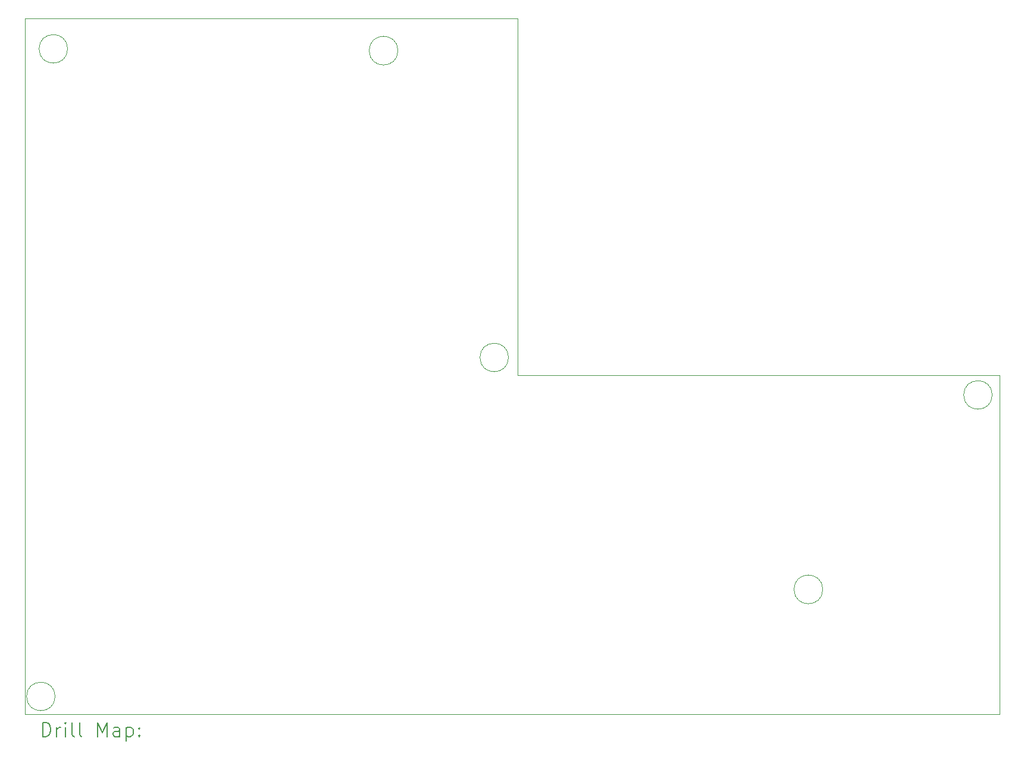
<source format=gbr>
%TF.GenerationSoftware,KiCad,Pcbnew,7.0.6*%
%TF.CreationDate,2025-01-03T17:06:18+10:30*%
%TF.ProjectId,Security Panel Mainboard,53656375-7269-4747-9920-50616e656c20,rev?*%
%TF.SameCoordinates,Original*%
%TF.FileFunction,Drillmap*%
%TF.FilePolarity,Positive*%
%FSLAX45Y45*%
G04 Gerber Fmt 4.5, Leading zero omitted, Abs format (unit mm)*
G04 Created by KiCad (PCBNEW 7.0.6) date 2025-01-03 17:06:18*
%MOMM*%
%LPD*%
G01*
G04 APERTURE LIST*
%ADD10C,0.100000*%
%ADD11C,0.200000*%
G04 APERTURE END LIST*
D10*
X17806981Y-14224000D02*
G75*
G03*
X17806981Y-14224000I-204781J0D01*
G01*
X20218400Y-11455400D02*
G75*
G03*
X20218400Y-11455400I-203200J0D01*
G01*
X13335000Y-10922000D02*
G75*
G03*
X13335000Y-10922000I-203200J0D01*
G01*
X11761781Y-6553200D02*
G75*
G03*
X11761781Y-6553200I-204781J0D01*
G01*
X7061200Y-6527800D02*
G75*
G03*
X7061200Y-6527800I-203200J0D01*
G01*
X6883400Y-15748000D02*
G75*
G03*
X6883400Y-15748000I-203200J0D01*
G01*
X6451600Y-6096000D02*
X13462000Y-6096000D01*
X6451600Y-16002000D02*
X6451600Y-6096000D01*
X20320000Y-16002000D02*
X6451600Y-16002000D01*
X20320000Y-11176000D02*
X20320000Y-16002000D01*
X13462000Y-11176000D02*
X20320000Y-11176000D01*
X13462000Y-11176000D02*
X13462000Y-6096000D01*
D11*
X6707377Y-16318484D02*
X6707377Y-16118484D01*
X6707377Y-16118484D02*
X6754996Y-16118484D01*
X6754996Y-16118484D02*
X6783567Y-16128008D01*
X6783567Y-16128008D02*
X6802615Y-16147055D01*
X6802615Y-16147055D02*
X6812139Y-16166103D01*
X6812139Y-16166103D02*
X6821662Y-16204198D01*
X6821662Y-16204198D02*
X6821662Y-16232769D01*
X6821662Y-16232769D02*
X6812139Y-16270865D01*
X6812139Y-16270865D02*
X6802615Y-16289912D01*
X6802615Y-16289912D02*
X6783567Y-16308960D01*
X6783567Y-16308960D02*
X6754996Y-16318484D01*
X6754996Y-16318484D02*
X6707377Y-16318484D01*
X6907377Y-16318484D02*
X6907377Y-16185150D01*
X6907377Y-16223246D02*
X6916901Y-16204198D01*
X6916901Y-16204198D02*
X6926424Y-16194674D01*
X6926424Y-16194674D02*
X6945472Y-16185150D01*
X6945472Y-16185150D02*
X6964520Y-16185150D01*
X7031186Y-16318484D02*
X7031186Y-16185150D01*
X7031186Y-16118484D02*
X7021662Y-16128008D01*
X7021662Y-16128008D02*
X7031186Y-16137531D01*
X7031186Y-16137531D02*
X7040710Y-16128008D01*
X7040710Y-16128008D02*
X7031186Y-16118484D01*
X7031186Y-16118484D02*
X7031186Y-16137531D01*
X7154996Y-16318484D02*
X7135948Y-16308960D01*
X7135948Y-16308960D02*
X7126424Y-16289912D01*
X7126424Y-16289912D02*
X7126424Y-16118484D01*
X7259758Y-16318484D02*
X7240710Y-16308960D01*
X7240710Y-16308960D02*
X7231186Y-16289912D01*
X7231186Y-16289912D02*
X7231186Y-16118484D01*
X7488329Y-16318484D02*
X7488329Y-16118484D01*
X7488329Y-16118484D02*
X7554996Y-16261341D01*
X7554996Y-16261341D02*
X7621662Y-16118484D01*
X7621662Y-16118484D02*
X7621662Y-16318484D01*
X7802615Y-16318484D02*
X7802615Y-16213722D01*
X7802615Y-16213722D02*
X7793091Y-16194674D01*
X7793091Y-16194674D02*
X7774043Y-16185150D01*
X7774043Y-16185150D02*
X7735948Y-16185150D01*
X7735948Y-16185150D02*
X7716901Y-16194674D01*
X7802615Y-16308960D02*
X7783567Y-16318484D01*
X7783567Y-16318484D02*
X7735948Y-16318484D01*
X7735948Y-16318484D02*
X7716901Y-16308960D01*
X7716901Y-16308960D02*
X7707377Y-16289912D01*
X7707377Y-16289912D02*
X7707377Y-16270865D01*
X7707377Y-16270865D02*
X7716901Y-16251817D01*
X7716901Y-16251817D02*
X7735948Y-16242293D01*
X7735948Y-16242293D02*
X7783567Y-16242293D01*
X7783567Y-16242293D02*
X7802615Y-16232769D01*
X7897853Y-16185150D02*
X7897853Y-16385150D01*
X7897853Y-16194674D02*
X7916901Y-16185150D01*
X7916901Y-16185150D02*
X7954996Y-16185150D01*
X7954996Y-16185150D02*
X7974043Y-16194674D01*
X7974043Y-16194674D02*
X7983567Y-16204198D01*
X7983567Y-16204198D02*
X7993091Y-16223246D01*
X7993091Y-16223246D02*
X7993091Y-16280388D01*
X7993091Y-16280388D02*
X7983567Y-16299436D01*
X7983567Y-16299436D02*
X7974043Y-16308960D01*
X7974043Y-16308960D02*
X7954996Y-16318484D01*
X7954996Y-16318484D02*
X7916901Y-16318484D01*
X7916901Y-16318484D02*
X7897853Y-16308960D01*
X8078805Y-16299436D02*
X8088329Y-16308960D01*
X8088329Y-16308960D02*
X8078805Y-16318484D01*
X8078805Y-16318484D02*
X8069282Y-16308960D01*
X8069282Y-16308960D02*
X8078805Y-16299436D01*
X8078805Y-16299436D02*
X8078805Y-16318484D01*
X8078805Y-16194674D02*
X8088329Y-16204198D01*
X8088329Y-16204198D02*
X8078805Y-16213722D01*
X8078805Y-16213722D02*
X8069282Y-16204198D01*
X8069282Y-16204198D02*
X8078805Y-16194674D01*
X8078805Y-16194674D02*
X8078805Y-16213722D01*
M02*

</source>
